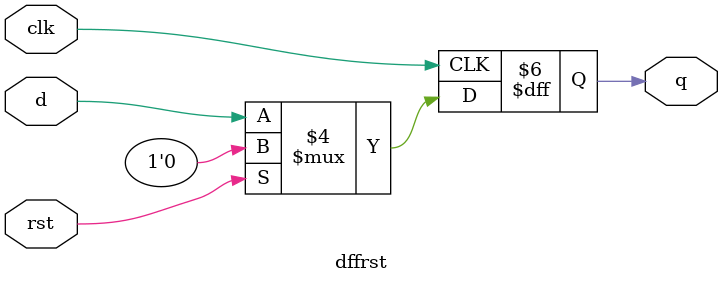
<source format=v>
module dffrst(input wire clk, input rst, input d, output reg q);
initial begin
q=1'b0;
end
always @(posedge clk) begin
    if(rst) begin
        q <= 1'b0;
    end
    else begin
        q <= d;
    end
end
endmodule
</source>
